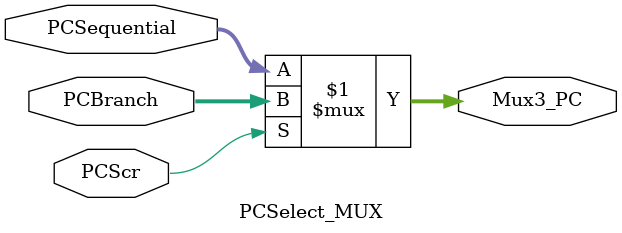
<source format=v>
module PCSelect_MUX(
    input wire PCScr,
    input wire [31:0] PCSequential,
    input wire [31:0] PCBranch,
    output wire [31:0] Mux3_PC
);

    assign Mux3_PC = PCScr ? PCBranch : PCSequential;
endmodule

</source>
